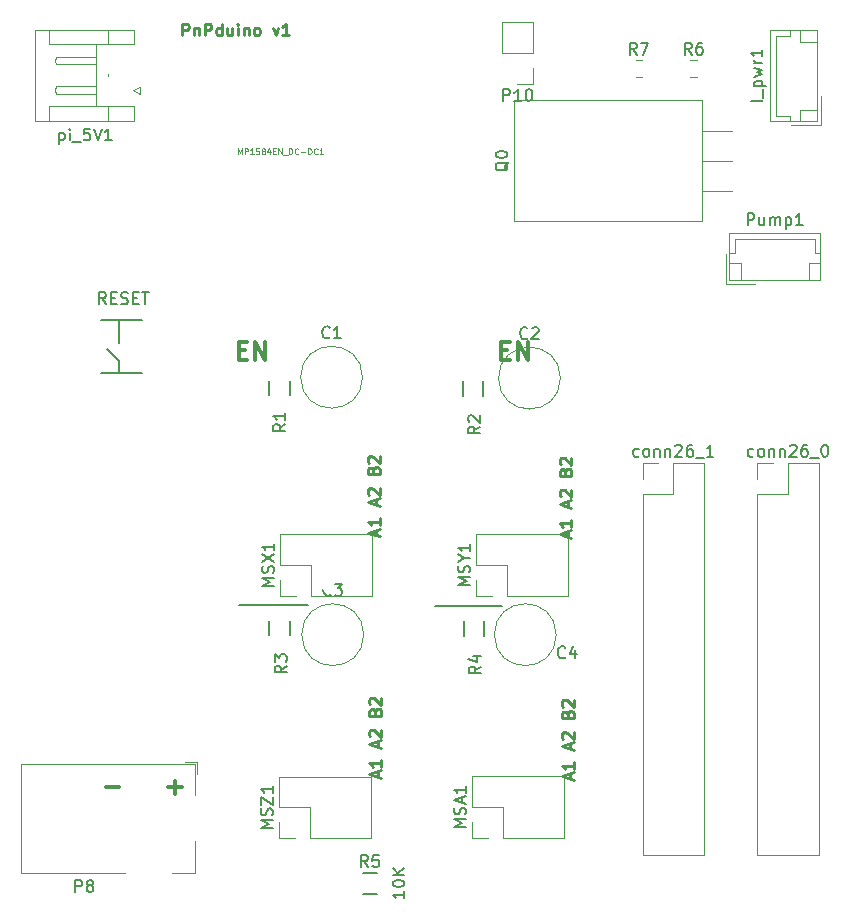
<source format=gto>
%TF.GenerationSoftware,KiCad,Pcbnew,5.1.6-c6e7f7d~87~ubuntu20.04.1*%
%TF.CreationDate,2021-10-29T23:24:48+02:00*%
%TF.ProjectId,sb-cnc-shield,73622d63-6e63-42d7-9368-69656c642e6b,rev?*%
%TF.SameCoordinates,Original*%
%TF.FileFunction,Legend,Top*%
%TF.FilePolarity,Positive*%
%FSLAX46Y46*%
G04 Gerber Fmt 4.6, Leading zero omitted, Abs format (unit mm)*
G04 Created by KiCad (PCBNEW 5.1.6-c6e7f7d~87~ubuntu20.04.1) date 2021-10-29 23:24:48*
%MOMM*%
%LPD*%
G01*
G04 APERTURE LIST*
%ADD10C,0.300000*%
%ADD11C,0.200000*%
%ADD12C,0.250000*%
%ADD13C,0.120000*%
%ADD14C,0.150000*%
%ADD15C,0.125000*%
%ADD16O,2.000000X1.700000*%
%ADD17C,1.610000*%
%ADD18C,2.250000*%
%ADD19C,1.510000*%
%ADD20R,1.300000X0.700000*%
%ADD21R,0.700000X1.300000*%
%ADD22R,3.500000X3.500000*%
%ADD23C,1.600000*%
%ADD24R,1.700000X1.700000*%
%ADD25O,1.700000X1.700000*%
%ADD26O,3.500000X3.500000*%
%ADD27R,2.000000X1.905000*%
%ADD28O,2.000000X1.905000*%
%ADD29O,1.700000X2.000000*%
%ADD30C,1.524000*%
G04 APERTURE END LIST*
D10*
X152753357Y-71774857D02*
X153253357Y-71774857D01*
X153467642Y-72560571D02*
X152753357Y-72560571D01*
X152753357Y-71060571D01*
X153467642Y-71060571D01*
X154110500Y-72560571D02*
X154110500Y-71060571D01*
X154967642Y-72560571D01*
X154967642Y-71060571D01*
X130528357Y-71774857D02*
X131028357Y-71774857D01*
X131242642Y-72560571D02*
X130528357Y-72560571D01*
X130528357Y-71060571D01*
X131242642Y-71060571D01*
X131885500Y-72560571D02*
X131885500Y-71060571D01*
X132742642Y-72560571D01*
X132742642Y-71060571D01*
D11*
X147116800Y-93421200D02*
X152831800Y-93421200D01*
X130556000Y-93345000D02*
X136398000Y-93345000D01*
D12*
X158586466Y-108081342D02*
X158586466Y-107605152D01*
X158872180Y-108176580D02*
X157872180Y-107843247D01*
X158872180Y-107509914D01*
X158872180Y-106652771D02*
X158872180Y-107224200D01*
X158872180Y-106938485D02*
X157872180Y-106938485D01*
X158015038Y-107033723D01*
X158110276Y-107128961D01*
X158157895Y-107224200D01*
X158586466Y-105509914D02*
X158586466Y-105033723D01*
X158872180Y-105605152D02*
X157872180Y-105271819D01*
X158872180Y-104938485D01*
X157967419Y-104652771D02*
X157919800Y-104605152D01*
X157872180Y-104509914D01*
X157872180Y-104271819D01*
X157919800Y-104176580D01*
X157967419Y-104128961D01*
X158062657Y-104081342D01*
X158157895Y-104081342D01*
X158300752Y-104128961D01*
X158872180Y-104700390D01*
X158872180Y-104081342D01*
X158348371Y-102557533D02*
X158395990Y-102414676D01*
X158443609Y-102367057D01*
X158538847Y-102319438D01*
X158681704Y-102319438D01*
X158776942Y-102367057D01*
X158824561Y-102414676D01*
X158872180Y-102509914D01*
X158872180Y-102890866D01*
X157872180Y-102890866D01*
X157872180Y-102557533D01*
X157919800Y-102462295D01*
X157967419Y-102414676D01*
X158062657Y-102367057D01*
X158157895Y-102367057D01*
X158253133Y-102414676D01*
X158300752Y-102462295D01*
X158348371Y-102557533D01*
X158348371Y-102890866D01*
X157967419Y-101938485D02*
X157919800Y-101890866D01*
X157872180Y-101795628D01*
X157872180Y-101557533D01*
X157919800Y-101462295D01*
X157967419Y-101414676D01*
X158062657Y-101367057D01*
X158157895Y-101367057D01*
X158300752Y-101414676D01*
X158872180Y-101986104D01*
X158872180Y-101367057D01*
X158383266Y-87570842D02*
X158383266Y-87094652D01*
X158668980Y-87666080D02*
X157668980Y-87332747D01*
X158668980Y-86999414D01*
X158668980Y-86142271D02*
X158668980Y-86713700D01*
X158668980Y-86427985D02*
X157668980Y-86427985D01*
X157811838Y-86523223D01*
X157907076Y-86618461D01*
X157954695Y-86713700D01*
X158383266Y-84999414D02*
X158383266Y-84523223D01*
X158668980Y-85094652D02*
X157668980Y-84761319D01*
X158668980Y-84427985D01*
X157764219Y-84142271D02*
X157716600Y-84094652D01*
X157668980Y-83999414D01*
X157668980Y-83761319D01*
X157716600Y-83666080D01*
X157764219Y-83618461D01*
X157859457Y-83570842D01*
X157954695Y-83570842D01*
X158097552Y-83618461D01*
X158668980Y-84189890D01*
X158668980Y-83570842D01*
X158145171Y-82047033D02*
X158192790Y-81904176D01*
X158240409Y-81856557D01*
X158335647Y-81808938D01*
X158478504Y-81808938D01*
X158573742Y-81856557D01*
X158621361Y-81904176D01*
X158668980Y-81999414D01*
X158668980Y-82380366D01*
X157668980Y-82380366D01*
X157668980Y-82047033D01*
X157716600Y-81951795D01*
X157764219Y-81904176D01*
X157859457Y-81856557D01*
X157954695Y-81856557D01*
X158049933Y-81904176D01*
X158097552Y-81951795D01*
X158145171Y-82047033D01*
X158145171Y-82380366D01*
X157764219Y-81427985D02*
X157716600Y-81380366D01*
X157668980Y-81285128D01*
X157668980Y-81047033D01*
X157716600Y-80951795D01*
X157764219Y-80904176D01*
X157859457Y-80856557D01*
X157954695Y-80856557D01*
X158097552Y-80904176D01*
X158668980Y-81475604D01*
X158668980Y-80856557D01*
X142279666Y-107878142D02*
X142279666Y-107401952D01*
X142565380Y-107973380D02*
X141565380Y-107640047D01*
X142565380Y-107306714D01*
X142565380Y-106449571D02*
X142565380Y-107021000D01*
X142565380Y-106735285D02*
X141565380Y-106735285D01*
X141708238Y-106830523D01*
X141803476Y-106925761D01*
X141851095Y-107021000D01*
X142279666Y-105306714D02*
X142279666Y-104830523D01*
X142565380Y-105401952D02*
X141565380Y-105068619D01*
X142565380Y-104735285D01*
X141660619Y-104449571D02*
X141613000Y-104401952D01*
X141565380Y-104306714D01*
X141565380Y-104068619D01*
X141613000Y-103973380D01*
X141660619Y-103925761D01*
X141755857Y-103878142D01*
X141851095Y-103878142D01*
X141993952Y-103925761D01*
X142565380Y-104497190D01*
X142565380Y-103878142D01*
X142041571Y-102354333D02*
X142089190Y-102211476D01*
X142136809Y-102163857D01*
X142232047Y-102116238D01*
X142374904Y-102116238D01*
X142470142Y-102163857D01*
X142517761Y-102211476D01*
X142565380Y-102306714D01*
X142565380Y-102687666D01*
X141565380Y-102687666D01*
X141565380Y-102354333D01*
X141613000Y-102259095D01*
X141660619Y-102211476D01*
X141755857Y-102163857D01*
X141851095Y-102163857D01*
X141946333Y-102211476D01*
X141993952Y-102259095D01*
X142041571Y-102354333D01*
X142041571Y-102687666D01*
X141660619Y-101735285D02*
X141613000Y-101687666D01*
X141565380Y-101592428D01*
X141565380Y-101354333D01*
X141613000Y-101259095D01*
X141660619Y-101211476D01*
X141755857Y-101163857D01*
X141851095Y-101163857D01*
X141993952Y-101211476D01*
X142565380Y-101782904D01*
X142565380Y-101163857D01*
X142152666Y-87431142D02*
X142152666Y-86954952D01*
X142438380Y-87526380D02*
X141438380Y-87193047D01*
X142438380Y-86859714D01*
X142438380Y-86002571D02*
X142438380Y-86574000D01*
X142438380Y-86288285D02*
X141438380Y-86288285D01*
X141581238Y-86383523D01*
X141676476Y-86478761D01*
X141724095Y-86574000D01*
X142152666Y-84859714D02*
X142152666Y-84383523D01*
X142438380Y-84954952D02*
X141438380Y-84621619D01*
X142438380Y-84288285D01*
X141533619Y-84002571D02*
X141486000Y-83954952D01*
X141438380Y-83859714D01*
X141438380Y-83621619D01*
X141486000Y-83526380D01*
X141533619Y-83478761D01*
X141628857Y-83431142D01*
X141724095Y-83431142D01*
X141866952Y-83478761D01*
X142438380Y-84050190D01*
X142438380Y-83431142D01*
X141914571Y-81907333D02*
X141962190Y-81764476D01*
X142009809Y-81716857D01*
X142105047Y-81669238D01*
X142247904Y-81669238D01*
X142343142Y-81716857D01*
X142390761Y-81764476D01*
X142438380Y-81859714D01*
X142438380Y-82240666D01*
X141438380Y-82240666D01*
X141438380Y-81907333D01*
X141486000Y-81812095D01*
X141533619Y-81764476D01*
X141628857Y-81716857D01*
X141724095Y-81716857D01*
X141819333Y-81764476D01*
X141866952Y-81812095D01*
X141914571Y-81907333D01*
X141914571Y-82240666D01*
X141533619Y-81288285D02*
X141486000Y-81240666D01*
X141438380Y-81145428D01*
X141438380Y-80907333D01*
X141486000Y-80812095D01*
X141533619Y-80764476D01*
X141628857Y-80716857D01*
X141724095Y-80716857D01*
X141866952Y-80764476D01*
X142438380Y-81335904D01*
X142438380Y-80716857D01*
D10*
X119239114Y-108768342D02*
X120381971Y-108768342D01*
X124524828Y-108768342D02*
X125667685Y-108768342D01*
X125096257Y-109339771D02*
X125096257Y-108196914D01*
D12*
X125725800Y-45105580D02*
X125725800Y-44105580D01*
X126106752Y-44105580D01*
X126201990Y-44153200D01*
X126249609Y-44200819D01*
X126297228Y-44296057D01*
X126297228Y-44438914D01*
X126249609Y-44534152D01*
X126201990Y-44581771D01*
X126106752Y-44629390D01*
X125725800Y-44629390D01*
X126725800Y-44438914D02*
X126725800Y-45105580D01*
X126725800Y-44534152D02*
X126773419Y-44486533D01*
X126868657Y-44438914D01*
X127011514Y-44438914D01*
X127106752Y-44486533D01*
X127154371Y-44581771D01*
X127154371Y-45105580D01*
X127630561Y-45105580D02*
X127630561Y-44105580D01*
X128011514Y-44105580D01*
X128106752Y-44153200D01*
X128154371Y-44200819D01*
X128201990Y-44296057D01*
X128201990Y-44438914D01*
X128154371Y-44534152D01*
X128106752Y-44581771D01*
X128011514Y-44629390D01*
X127630561Y-44629390D01*
X129059133Y-45105580D02*
X129059133Y-44105580D01*
X129059133Y-45057961D02*
X128963895Y-45105580D01*
X128773419Y-45105580D01*
X128678180Y-45057961D01*
X128630561Y-45010342D01*
X128582942Y-44915104D01*
X128582942Y-44629390D01*
X128630561Y-44534152D01*
X128678180Y-44486533D01*
X128773419Y-44438914D01*
X128963895Y-44438914D01*
X129059133Y-44486533D01*
X129963895Y-44438914D02*
X129963895Y-45105580D01*
X129535323Y-44438914D02*
X129535323Y-44962723D01*
X129582942Y-45057961D01*
X129678180Y-45105580D01*
X129821038Y-45105580D01*
X129916276Y-45057961D01*
X129963895Y-45010342D01*
X130440085Y-45105580D02*
X130440085Y-44438914D01*
X130440085Y-44105580D02*
X130392466Y-44153200D01*
X130440085Y-44200819D01*
X130487704Y-44153200D01*
X130440085Y-44105580D01*
X130440085Y-44200819D01*
X130916276Y-44438914D02*
X130916276Y-45105580D01*
X130916276Y-44534152D02*
X130963895Y-44486533D01*
X131059133Y-44438914D01*
X131201990Y-44438914D01*
X131297228Y-44486533D01*
X131344847Y-44581771D01*
X131344847Y-45105580D01*
X131963895Y-45105580D02*
X131868657Y-45057961D01*
X131821038Y-45010342D01*
X131773419Y-44915104D01*
X131773419Y-44629390D01*
X131821038Y-44534152D01*
X131868657Y-44486533D01*
X131963895Y-44438914D01*
X132106752Y-44438914D01*
X132201990Y-44486533D01*
X132249609Y-44534152D01*
X132297228Y-44629390D01*
X132297228Y-44915104D01*
X132249609Y-45010342D01*
X132201990Y-45057961D01*
X132106752Y-45105580D01*
X131963895Y-45105580D01*
X133392466Y-44438914D02*
X133630561Y-45105580D01*
X133868657Y-44438914D01*
X134773419Y-45105580D02*
X134201990Y-45105580D01*
X134487704Y-45105580D02*
X134487704Y-44105580D01*
X134392466Y-44248438D01*
X134297228Y-44343676D01*
X134201990Y-44391295D01*
D13*
%TO.C,pi_5V1*%
X122140000Y-49433200D02*
X121540000Y-49733200D01*
X122140000Y-50033200D02*
X122140000Y-49433200D01*
X121540000Y-49733200D02*
X122140000Y-50033200D01*
X118450000Y-46913200D02*
X118450000Y-47233200D01*
X115030000Y-46913200D02*
X118450000Y-46913200D01*
X114950000Y-47233200D02*
X115030000Y-46913200D01*
X115030000Y-47553200D02*
X114950000Y-47233200D01*
X118450000Y-47553200D02*
X115030000Y-47553200D01*
X118450000Y-47233200D02*
X118450000Y-47553200D01*
X119450000Y-48563200D02*
X119450000Y-48403200D01*
X118450000Y-49413200D02*
X118450000Y-49733200D01*
X115030000Y-49413200D02*
X118450000Y-49413200D01*
X114950000Y-49733200D02*
X115030000Y-49413200D01*
X115030000Y-50053200D02*
X114950000Y-49733200D01*
X118450000Y-50053200D02*
X115030000Y-50053200D01*
X118450000Y-49733200D02*
X118450000Y-50053200D01*
X118450000Y-51123200D02*
X118450000Y-45843200D01*
X119450000Y-45843200D02*
X119450000Y-44623200D01*
X114450000Y-45843200D02*
X119450000Y-45843200D01*
X114450000Y-44623200D02*
X114450000Y-45843200D01*
X119450000Y-51123200D02*
X119450000Y-52343200D01*
X114450000Y-51123200D02*
X119450000Y-51123200D01*
X114450000Y-52343200D02*
X114450000Y-51123200D01*
X121650000Y-45843200D02*
X119450000Y-45843200D01*
X121650000Y-44623200D02*
X121650000Y-45843200D01*
X113230000Y-44623200D02*
X121650000Y-44623200D01*
X113230000Y-52343200D02*
X113230000Y-44623200D01*
X121650000Y-52343200D02*
X113230000Y-52343200D01*
X121650000Y-51123200D02*
X121650000Y-52343200D01*
X119450000Y-51123200D02*
X121650000Y-51123200D01*
D14*
%TO.C,SW1*%
X120348000Y-71189600D02*
X120348000Y-69189600D01*
X120348000Y-72689600D02*
X119348000Y-71689600D01*
X120348000Y-73689600D02*
X120348000Y-72689600D01*
X118848000Y-73689600D02*
X122348000Y-73689600D01*
X118848000Y-69189600D02*
X122348000Y-69189600D01*
%TO.C,R1*%
X134860000Y-74330000D02*
X134860000Y-75530000D01*
X133110000Y-75530000D02*
X133110000Y-74330000D01*
%TO.C,R2*%
X151218000Y-74406200D02*
X151218000Y-75606200D01*
X149468000Y-75606200D02*
X149468000Y-74406200D01*
%TO.C,R3*%
X134860000Y-94650000D02*
X134860000Y-95850000D01*
X133110000Y-95850000D02*
X133110000Y-94650000D01*
%TO.C,R4*%
X151294000Y-94726200D02*
X151294000Y-95926200D01*
X149544000Y-95926200D02*
X149544000Y-94726200D01*
%TO.C,R5*%
X141005000Y-116016000D02*
X142205000Y-116016000D01*
X142205000Y-117766000D02*
X141005000Y-117766000D01*
D13*
%TO.C,P8*%
X126968000Y-107680000D02*
X126968000Y-106630000D01*
X125918000Y-106630000D02*
X126968000Y-106630000D01*
X120868000Y-116030000D02*
X112068000Y-116030000D01*
X112068000Y-116030000D02*
X112068000Y-106830000D01*
X126768000Y-113330000D02*
X126768000Y-116030000D01*
X126768000Y-116030000D02*
X124868000Y-116030000D01*
X112068000Y-106830000D02*
X126768000Y-106830000D01*
X126768000Y-106830000D02*
X126768000Y-109430000D01*
%TO.C,C1*%
X140988000Y-74046100D02*
G75*
G03*
X140988000Y-74046100I-2620000J0D01*
G01*
%TO.C,C2*%
X157742000Y-74117200D02*
G75*
G03*
X157742000Y-74117200I-2620000J0D01*
G01*
%TO.C,C3*%
X141084000Y-95844400D02*
G75*
G03*
X141084000Y-95844400I-2620000J0D01*
G01*
%TO.C,C4*%
X157386000Y-95844400D02*
G75*
G03*
X157386000Y-95844400I-2620000J0D01*
G01*
%TO.C,P10*%
X155432000Y-49209000D02*
X154102000Y-49209000D01*
X155432000Y-47879000D02*
X155432000Y-49209000D01*
X155432000Y-46609000D02*
X152772000Y-46609000D01*
X152772000Y-46609000D02*
X152772000Y-44009000D01*
X155432000Y-46609000D02*
X155432000Y-44009000D01*
X155432000Y-44009000D02*
X152772000Y-44009000D01*
%TO.C,Q0*%
X169690000Y-53187600D02*
X172230000Y-53187600D01*
X169690000Y-55727600D02*
X172230000Y-55727600D01*
X169690000Y-58267600D02*
X172230000Y-58267600D01*
X153800000Y-50607600D02*
X169690000Y-50607600D01*
X153800000Y-60847600D02*
X169690000Y-60847600D01*
X153800000Y-60847600D02*
X153800000Y-50607600D01*
X169690000Y-60847600D02*
X169690000Y-50607600D01*
%TO.C,R6*%
X168753422Y-47219800D02*
X169270578Y-47219800D01*
X168753422Y-48639800D02*
X169270578Y-48639800D01*
%TO.C,R7*%
X164104422Y-48639800D02*
X164621578Y-48639800D01*
X164104422Y-47219800D02*
X164621578Y-47219800D01*
%TO.C,l_pwr1*%
X179800400Y-52694000D02*
X179800400Y-50194000D01*
X177300400Y-52694000D02*
X179800400Y-52694000D01*
X178000400Y-45674000D02*
X179500400Y-45674000D01*
X178000400Y-44674000D02*
X178000400Y-45674000D01*
X178000400Y-51394000D02*
X179500400Y-51394000D01*
X178000400Y-52394000D02*
X178000400Y-51394000D01*
X177190400Y-45174000D02*
X177190400Y-44674000D01*
X175980400Y-45174000D02*
X177190400Y-45174000D01*
X175980400Y-51894000D02*
X175980400Y-45174000D01*
X177190400Y-51894000D02*
X175980400Y-51894000D01*
X177190400Y-52394000D02*
X177190400Y-51894000D01*
X175480400Y-44674000D02*
X175480400Y-52394000D01*
X179500400Y-44674000D02*
X175480400Y-44674000D01*
X179500400Y-52394000D02*
X179500400Y-44674000D01*
X175480400Y-52394000D02*
X179500400Y-52394000D01*
%TO.C,Pump1*%
X172040000Y-61815400D02*
X172040000Y-65835400D01*
X172040000Y-65835400D02*
X179760000Y-65835400D01*
X179760000Y-65835400D02*
X179760000Y-61815400D01*
X179760000Y-61815400D02*
X172040000Y-61815400D01*
X172040000Y-63525400D02*
X172540000Y-63525400D01*
X172540000Y-63525400D02*
X172540000Y-62315400D01*
X172540000Y-62315400D02*
X179260000Y-62315400D01*
X179260000Y-62315400D02*
X179260000Y-63525400D01*
X179260000Y-63525400D02*
X179760000Y-63525400D01*
X172040000Y-64335400D02*
X173040000Y-64335400D01*
X173040000Y-64335400D02*
X173040000Y-65835400D01*
X179760000Y-64335400D02*
X178760000Y-64335400D01*
X178760000Y-64335400D02*
X178760000Y-65835400D01*
X171740000Y-63635400D02*
X171740000Y-66135400D01*
X171740000Y-66135400D02*
X174240000Y-66135400D01*
%TO.C,conn26_1*%
X164700000Y-81321600D02*
X166030000Y-81321600D01*
X164700000Y-82651600D02*
X164700000Y-81321600D01*
X167300000Y-81321600D02*
X169900000Y-81321600D01*
X167300000Y-83921600D02*
X167300000Y-81321600D01*
X164700000Y-83921600D02*
X167300000Y-83921600D01*
X169900000Y-81321600D02*
X169900000Y-114461600D01*
X164700000Y-83921600D02*
X164700000Y-114461600D01*
X164700000Y-114461600D02*
X169900000Y-114461600D01*
%TO.C,conn26_0*%
X174413000Y-81321600D02*
X175743000Y-81321600D01*
X174413000Y-82651600D02*
X174413000Y-81321600D01*
X177013000Y-81321600D02*
X179613000Y-81321600D01*
X177013000Y-83921600D02*
X177013000Y-81321600D01*
X174413000Y-83921600D02*
X177013000Y-83921600D01*
X179613000Y-81321600D02*
X179613000Y-114461600D01*
X174413000Y-83921600D02*
X174413000Y-114461600D01*
X174413000Y-114461600D02*
X179613000Y-114461600D01*
%TO.C,MSA1*%
X150283000Y-113039000D02*
X150283000Y-111709000D01*
X151613000Y-113039000D02*
X150283000Y-113039000D01*
X150283000Y-110439000D02*
X150283000Y-107839000D01*
X152883000Y-110439000D02*
X150283000Y-110439000D01*
X152883000Y-113039000D02*
X152883000Y-110439000D01*
X150283000Y-107839000D02*
X158023000Y-107839000D01*
X152883000Y-113039000D02*
X158023000Y-113039000D01*
X158023000Y-113039000D02*
X158023000Y-107839000D01*
%TO.C,MSY1*%
X150638000Y-92541400D02*
X150638000Y-91211400D01*
X151968000Y-92541400D02*
X150638000Y-92541400D01*
X150638000Y-89941400D02*
X150638000Y-87341400D01*
X153238000Y-89941400D02*
X150638000Y-89941400D01*
X153238000Y-92541400D02*
X153238000Y-89941400D01*
X150638000Y-87341400D02*
X158378000Y-87341400D01*
X153238000Y-92541400D02*
X158378000Y-92541400D01*
X158378000Y-92541400D02*
X158378000Y-87341400D01*
%TO.C,MSZ1*%
X141665000Y-113065000D02*
X141665000Y-107865000D01*
X136525000Y-113065000D02*
X141665000Y-113065000D01*
X133925000Y-107865000D02*
X141665000Y-107865000D01*
X136525000Y-113065000D02*
X136525000Y-110465000D01*
X136525000Y-110465000D02*
X133925000Y-110465000D01*
X133925000Y-110465000D02*
X133925000Y-107865000D01*
X135255000Y-113065000D02*
X133925000Y-113065000D01*
X133925000Y-113065000D02*
X133925000Y-111735000D01*
%TO.C,MSX1*%
X134027000Y-92541400D02*
X134027000Y-91211400D01*
X135357000Y-92541400D02*
X134027000Y-92541400D01*
X134027000Y-89941400D02*
X134027000Y-87341400D01*
X136627000Y-89941400D02*
X134027000Y-89941400D01*
X136627000Y-92541400D02*
X136627000Y-89941400D01*
X134027000Y-87341400D02*
X141767000Y-87341400D01*
X136627000Y-92541400D02*
X141767000Y-92541400D01*
X141767000Y-92541400D02*
X141767000Y-87341400D01*
%TO.C,pi_5V1*%
D14*
X115285714Y-53328914D02*
X115285714Y-54328914D01*
X115285714Y-53376533D02*
X115380952Y-53328914D01*
X115571428Y-53328914D01*
X115666666Y-53376533D01*
X115714285Y-53424152D01*
X115761904Y-53519390D01*
X115761904Y-53805104D01*
X115714285Y-53900342D01*
X115666666Y-53947961D01*
X115571428Y-53995580D01*
X115380952Y-53995580D01*
X115285714Y-53947961D01*
X116190476Y-53995580D02*
X116190476Y-53328914D01*
X116190476Y-52995580D02*
X116142857Y-53043200D01*
X116190476Y-53090819D01*
X116238095Y-53043200D01*
X116190476Y-52995580D01*
X116190476Y-53090819D01*
X116428571Y-54090819D02*
X117190476Y-54090819D01*
X117904761Y-52995580D02*
X117428571Y-52995580D01*
X117380952Y-53471771D01*
X117428571Y-53424152D01*
X117523809Y-53376533D01*
X117761904Y-53376533D01*
X117857142Y-53424152D01*
X117904761Y-53471771D01*
X117952380Y-53567009D01*
X117952380Y-53805104D01*
X117904761Y-53900342D01*
X117857142Y-53947961D01*
X117761904Y-53995580D01*
X117523809Y-53995580D01*
X117428571Y-53947961D01*
X117380952Y-53900342D01*
X118238095Y-52995580D02*
X118571428Y-53995580D01*
X118904761Y-52995580D01*
X119761904Y-53995580D02*
X119190476Y-53995580D01*
X119476190Y-53995580D02*
X119476190Y-52995580D01*
X119380952Y-53138438D01*
X119285714Y-53233676D01*
X119190476Y-53281295D01*
%TO.C,SW1*%
X119261119Y-67855480D02*
X118927785Y-67379290D01*
X118689690Y-67855480D02*
X118689690Y-66855480D01*
X119070642Y-66855480D01*
X119165880Y-66903100D01*
X119213500Y-66950719D01*
X119261119Y-67045957D01*
X119261119Y-67188814D01*
X119213500Y-67284052D01*
X119165880Y-67331671D01*
X119070642Y-67379290D01*
X118689690Y-67379290D01*
X119689690Y-67331671D02*
X120023023Y-67331671D01*
X120165880Y-67855480D02*
X119689690Y-67855480D01*
X119689690Y-66855480D01*
X120165880Y-66855480D01*
X120546833Y-67807861D02*
X120689690Y-67855480D01*
X120927785Y-67855480D01*
X121023023Y-67807861D01*
X121070642Y-67760242D01*
X121118261Y-67665004D01*
X121118261Y-67569766D01*
X121070642Y-67474528D01*
X121023023Y-67426909D01*
X120927785Y-67379290D01*
X120737309Y-67331671D01*
X120642071Y-67284052D01*
X120594452Y-67236433D01*
X120546833Y-67141195D01*
X120546833Y-67045957D01*
X120594452Y-66950719D01*
X120642071Y-66903100D01*
X120737309Y-66855480D01*
X120975404Y-66855480D01*
X121118261Y-66903100D01*
X121546833Y-67331671D02*
X121880166Y-67331671D01*
X122023023Y-67855480D02*
X121546833Y-67855480D01*
X121546833Y-66855480D01*
X122023023Y-66855480D01*
X122308738Y-66855480D02*
X122880166Y-66855480D01*
X122594452Y-67855480D02*
X122594452Y-66855480D01*
%TO.C,R1*%
X134437380Y-78017666D02*
X133961190Y-78351000D01*
X134437380Y-78589095D02*
X133437380Y-78589095D01*
X133437380Y-78208142D01*
X133485000Y-78112904D01*
X133532619Y-78065285D01*
X133627857Y-78017666D01*
X133770714Y-78017666D01*
X133865952Y-78065285D01*
X133913571Y-78112904D01*
X133961190Y-78208142D01*
X133961190Y-78589095D01*
X134437380Y-77065285D02*
X134437380Y-77636714D01*
X134437380Y-77351000D02*
X133437380Y-77351000D01*
X133580238Y-77446238D01*
X133675476Y-77541476D01*
X133723095Y-77636714D01*
%TO.C,R2*%
X150922380Y-78220866D02*
X150446190Y-78554200D01*
X150922380Y-78792295D02*
X149922380Y-78792295D01*
X149922380Y-78411342D01*
X149970000Y-78316104D01*
X150017619Y-78268485D01*
X150112857Y-78220866D01*
X150255714Y-78220866D01*
X150350952Y-78268485D01*
X150398571Y-78316104D01*
X150446190Y-78411342D01*
X150446190Y-78792295D01*
X150017619Y-77839914D02*
X149970000Y-77792295D01*
X149922380Y-77697057D01*
X149922380Y-77458961D01*
X149970000Y-77363723D01*
X150017619Y-77316104D01*
X150112857Y-77268485D01*
X150208095Y-77268485D01*
X150350952Y-77316104D01*
X150922380Y-77887533D01*
X150922380Y-77268485D01*
%TO.C,R3*%
X134564380Y-98464666D02*
X134088190Y-98798000D01*
X134564380Y-99036095D02*
X133564380Y-99036095D01*
X133564380Y-98655142D01*
X133612000Y-98559904D01*
X133659619Y-98512285D01*
X133754857Y-98464666D01*
X133897714Y-98464666D01*
X133992952Y-98512285D01*
X134040571Y-98559904D01*
X134088190Y-98655142D01*
X134088190Y-99036095D01*
X133564380Y-98131333D02*
X133564380Y-97512285D01*
X133945333Y-97845619D01*
X133945333Y-97702761D01*
X133992952Y-97607523D01*
X134040571Y-97559904D01*
X134135809Y-97512285D01*
X134373904Y-97512285D01*
X134469142Y-97559904D01*
X134516761Y-97607523D01*
X134564380Y-97702761D01*
X134564380Y-97988476D01*
X134516761Y-98083714D01*
X134469142Y-98131333D01*
%TO.C,R4*%
X150998380Y-98540866D02*
X150522190Y-98874200D01*
X150998380Y-99112295D02*
X149998380Y-99112295D01*
X149998380Y-98731342D01*
X150046000Y-98636104D01*
X150093619Y-98588485D01*
X150188857Y-98540866D01*
X150331714Y-98540866D01*
X150426952Y-98588485D01*
X150474571Y-98636104D01*
X150522190Y-98731342D01*
X150522190Y-99112295D01*
X150331714Y-97683723D02*
X150998380Y-97683723D01*
X149950761Y-97921819D02*
X150665047Y-98159914D01*
X150665047Y-97540866D01*
%TO.C,R5*%
X141438333Y-115501880D02*
X141105000Y-115025690D01*
X140866904Y-115501880D02*
X140866904Y-114501880D01*
X141247857Y-114501880D01*
X141343095Y-114549500D01*
X141390714Y-114597119D01*
X141438333Y-114692357D01*
X141438333Y-114835214D01*
X141390714Y-114930452D01*
X141343095Y-114978071D01*
X141247857Y-115025690D01*
X140866904Y-115025690D01*
X142343095Y-114501880D02*
X141866904Y-114501880D01*
X141819285Y-114978071D01*
X141866904Y-114930452D01*
X141962142Y-114882833D01*
X142200238Y-114882833D01*
X142295476Y-114930452D01*
X142343095Y-114978071D01*
X142390714Y-115073309D01*
X142390714Y-115311404D01*
X142343095Y-115406642D01*
X142295476Y-115454261D01*
X142200238Y-115501880D01*
X141962142Y-115501880D01*
X141866904Y-115454261D01*
X141819285Y-115406642D01*
X144533880Y-117581476D02*
X144533880Y-118152904D01*
X144533880Y-117867190D02*
X143533880Y-117867190D01*
X143676738Y-117962428D01*
X143771976Y-118057666D01*
X143819595Y-118152904D01*
X143533880Y-116962428D02*
X143533880Y-116867190D01*
X143581500Y-116771952D01*
X143629119Y-116724333D01*
X143724357Y-116676714D01*
X143914833Y-116629095D01*
X144152928Y-116629095D01*
X144343404Y-116676714D01*
X144438642Y-116724333D01*
X144486261Y-116771952D01*
X144533880Y-116867190D01*
X144533880Y-116962428D01*
X144486261Y-117057666D01*
X144438642Y-117105285D01*
X144343404Y-117152904D01*
X144152928Y-117200523D01*
X143914833Y-117200523D01*
X143724357Y-117152904D01*
X143629119Y-117105285D01*
X143581500Y-117057666D01*
X143533880Y-116962428D01*
X144533880Y-116200523D02*
X143533880Y-116200523D01*
X144533880Y-115629095D02*
X143962452Y-116057666D01*
X143533880Y-115629095D02*
X144105309Y-116200523D01*
%TO.C,P8*%
X116679904Y-117632380D02*
X116679904Y-116632380D01*
X117060857Y-116632380D01*
X117156095Y-116680000D01*
X117203714Y-116727619D01*
X117251333Y-116822857D01*
X117251333Y-116965714D01*
X117203714Y-117060952D01*
X117156095Y-117108571D01*
X117060857Y-117156190D01*
X116679904Y-117156190D01*
X117822761Y-117060952D02*
X117727523Y-117013333D01*
X117679904Y-116965714D01*
X117632285Y-116870476D01*
X117632285Y-116822857D01*
X117679904Y-116727619D01*
X117727523Y-116680000D01*
X117822761Y-116632380D01*
X118013238Y-116632380D01*
X118108476Y-116680000D01*
X118156095Y-116727619D01*
X118203714Y-116822857D01*
X118203714Y-116870476D01*
X118156095Y-116965714D01*
X118108476Y-117013333D01*
X118013238Y-117060952D01*
X117822761Y-117060952D01*
X117727523Y-117108571D01*
X117679904Y-117156190D01*
X117632285Y-117251428D01*
X117632285Y-117441904D01*
X117679904Y-117537142D01*
X117727523Y-117584761D01*
X117822761Y-117632380D01*
X118013238Y-117632380D01*
X118108476Y-117584761D01*
X118156095Y-117537142D01*
X118203714Y-117441904D01*
X118203714Y-117251428D01*
X118156095Y-117156190D01*
X118108476Y-117108571D01*
X118013238Y-117060952D01*
%TO.C,C1*%
X138201333Y-70653242D02*
X138153714Y-70700861D01*
X138010857Y-70748480D01*
X137915619Y-70748480D01*
X137772761Y-70700861D01*
X137677523Y-70605623D01*
X137629904Y-70510385D01*
X137582285Y-70319909D01*
X137582285Y-70177052D01*
X137629904Y-69986576D01*
X137677523Y-69891338D01*
X137772761Y-69796100D01*
X137915619Y-69748480D01*
X138010857Y-69748480D01*
X138153714Y-69796100D01*
X138201333Y-69843719D01*
X139153714Y-70748480D02*
X138582285Y-70748480D01*
X138868000Y-70748480D02*
X138868000Y-69748480D01*
X138772761Y-69891338D01*
X138677523Y-69986576D01*
X138582285Y-70034195D01*
%TO.C,C2*%
X154955333Y-70724342D02*
X154907714Y-70771961D01*
X154764857Y-70819580D01*
X154669619Y-70819580D01*
X154526761Y-70771961D01*
X154431523Y-70676723D01*
X154383904Y-70581485D01*
X154336285Y-70391009D01*
X154336285Y-70248152D01*
X154383904Y-70057676D01*
X154431523Y-69962438D01*
X154526761Y-69867200D01*
X154669619Y-69819580D01*
X154764857Y-69819580D01*
X154907714Y-69867200D01*
X154955333Y-69914819D01*
X155336285Y-69914819D02*
X155383904Y-69867200D01*
X155479142Y-69819580D01*
X155717238Y-69819580D01*
X155812476Y-69867200D01*
X155860095Y-69914819D01*
X155907714Y-70010057D01*
X155907714Y-70105295D01*
X155860095Y-70248152D01*
X155288666Y-70819580D01*
X155907714Y-70819580D01*
%TO.C,C3*%
X138297333Y-92451542D02*
X138249714Y-92499161D01*
X138106857Y-92546780D01*
X138011619Y-92546780D01*
X137868761Y-92499161D01*
X137773523Y-92403923D01*
X137725904Y-92308685D01*
X137678285Y-92118209D01*
X137678285Y-91975352D01*
X137725904Y-91784876D01*
X137773523Y-91689638D01*
X137868761Y-91594400D01*
X138011619Y-91546780D01*
X138106857Y-91546780D01*
X138249714Y-91594400D01*
X138297333Y-91642019D01*
X138630666Y-91546780D02*
X139249714Y-91546780D01*
X138916380Y-91927733D01*
X139059238Y-91927733D01*
X139154476Y-91975352D01*
X139202095Y-92022971D01*
X139249714Y-92118209D01*
X139249714Y-92356304D01*
X139202095Y-92451542D01*
X139154476Y-92499161D01*
X139059238Y-92546780D01*
X138773523Y-92546780D01*
X138678285Y-92499161D01*
X138630666Y-92451542D01*
%TO.C,C4*%
X158151013Y-97740782D02*
X158103394Y-97788401D01*
X157960537Y-97836020D01*
X157865299Y-97836020D01*
X157722441Y-97788401D01*
X157627203Y-97693163D01*
X157579584Y-97597925D01*
X157531965Y-97407449D01*
X157531965Y-97264592D01*
X157579584Y-97074116D01*
X157627203Y-96978878D01*
X157722441Y-96883640D01*
X157865299Y-96836020D01*
X157960537Y-96836020D01*
X158103394Y-96883640D01*
X158151013Y-96931259D01*
X159008156Y-97169354D02*
X159008156Y-97836020D01*
X158770060Y-96788401D02*
X158531965Y-97502687D01*
X159151013Y-97502687D01*
%TO.C,P10*%
X152887714Y-50661380D02*
X152887714Y-49661380D01*
X153268666Y-49661380D01*
X153363904Y-49709000D01*
X153411523Y-49756619D01*
X153459142Y-49851857D01*
X153459142Y-49994714D01*
X153411523Y-50089952D01*
X153363904Y-50137571D01*
X153268666Y-50185190D01*
X152887714Y-50185190D01*
X154411523Y-50661380D02*
X153840095Y-50661380D01*
X154125809Y-50661380D02*
X154125809Y-49661380D01*
X154030571Y-49804238D01*
X153935333Y-49899476D01*
X153840095Y-49947095D01*
X155030571Y-49661380D02*
X155125809Y-49661380D01*
X155221047Y-49709000D01*
X155268666Y-49756619D01*
X155316285Y-49851857D01*
X155363904Y-50042333D01*
X155363904Y-50280428D01*
X155316285Y-50470904D01*
X155268666Y-50566142D01*
X155221047Y-50613761D01*
X155125809Y-50661380D01*
X155030571Y-50661380D01*
X154935333Y-50613761D01*
X154887714Y-50566142D01*
X154840095Y-50470904D01*
X154792476Y-50280428D01*
X154792476Y-50042333D01*
X154840095Y-49851857D01*
X154887714Y-49756619D01*
X154935333Y-49709000D01*
X155030571Y-49661380D01*
%TO.C,Q0*%
X153347619Y-55822838D02*
X153300000Y-55918076D01*
X153204761Y-56013314D01*
X153061904Y-56156171D01*
X153014285Y-56251409D01*
X153014285Y-56346647D01*
X153252380Y-56299028D02*
X153204761Y-56394266D01*
X153109523Y-56489504D01*
X152919047Y-56537123D01*
X152585714Y-56537123D01*
X152395238Y-56489504D01*
X152300000Y-56394266D01*
X152252380Y-56299028D01*
X152252380Y-56108552D01*
X152300000Y-56013314D01*
X152395238Y-55918076D01*
X152585714Y-55870457D01*
X152919047Y-55870457D01*
X153109523Y-55918076D01*
X153204761Y-56013314D01*
X153252380Y-56108552D01*
X153252380Y-56299028D01*
X152252380Y-55251409D02*
X152252380Y-55156171D01*
X152300000Y-55060933D01*
X152347619Y-55013314D01*
X152442857Y-54965695D01*
X152633333Y-54918076D01*
X152871428Y-54918076D01*
X153061904Y-54965695D01*
X153157142Y-55013314D01*
X153204761Y-55060933D01*
X153252380Y-55156171D01*
X153252380Y-55251409D01*
X153204761Y-55346647D01*
X153157142Y-55394266D01*
X153061904Y-55441885D01*
X152871428Y-55489504D01*
X152633333Y-55489504D01*
X152442857Y-55441885D01*
X152347619Y-55394266D01*
X152300000Y-55346647D01*
X152252380Y-55251409D01*
%TO.C,R6*%
X168845333Y-46732180D02*
X168512000Y-46255990D01*
X168273904Y-46732180D02*
X168273904Y-45732180D01*
X168654857Y-45732180D01*
X168750095Y-45779800D01*
X168797714Y-45827419D01*
X168845333Y-45922657D01*
X168845333Y-46065514D01*
X168797714Y-46160752D01*
X168750095Y-46208371D01*
X168654857Y-46255990D01*
X168273904Y-46255990D01*
X169702476Y-45732180D02*
X169512000Y-45732180D01*
X169416761Y-45779800D01*
X169369142Y-45827419D01*
X169273904Y-45970276D01*
X169226285Y-46160752D01*
X169226285Y-46541704D01*
X169273904Y-46636942D01*
X169321523Y-46684561D01*
X169416761Y-46732180D01*
X169607238Y-46732180D01*
X169702476Y-46684561D01*
X169750095Y-46636942D01*
X169797714Y-46541704D01*
X169797714Y-46303609D01*
X169750095Y-46208371D01*
X169702476Y-46160752D01*
X169607238Y-46113133D01*
X169416761Y-46113133D01*
X169321523Y-46160752D01*
X169273904Y-46208371D01*
X169226285Y-46303609D01*
%TO.C,R7*%
X164196333Y-46732180D02*
X163863000Y-46255990D01*
X163624904Y-46732180D02*
X163624904Y-45732180D01*
X164005857Y-45732180D01*
X164101095Y-45779800D01*
X164148714Y-45827419D01*
X164196333Y-45922657D01*
X164196333Y-46065514D01*
X164148714Y-46160752D01*
X164101095Y-46208371D01*
X164005857Y-46255990D01*
X163624904Y-46255990D01*
X164529666Y-45732180D02*
X165196333Y-45732180D01*
X164767761Y-46732180D01*
%TO.C,l_pwr1*%
X174842780Y-50557809D02*
X174795161Y-50653047D01*
X174699923Y-50700666D01*
X173842780Y-50700666D01*
X174938019Y-50414952D02*
X174938019Y-49653047D01*
X174176114Y-49414952D02*
X175176114Y-49414952D01*
X174223733Y-49414952D02*
X174176114Y-49319714D01*
X174176114Y-49129238D01*
X174223733Y-49034000D01*
X174271352Y-48986380D01*
X174366590Y-48938761D01*
X174652304Y-48938761D01*
X174747542Y-48986380D01*
X174795161Y-49034000D01*
X174842780Y-49129238D01*
X174842780Y-49319714D01*
X174795161Y-49414952D01*
X174176114Y-48605428D02*
X174842780Y-48414952D01*
X174366590Y-48224476D01*
X174842780Y-48034000D01*
X174176114Y-47843523D01*
X174842780Y-47462571D02*
X174176114Y-47462571D01*
X174366590Y-47462571D02*
X174271352Y-47414952D01*
X174223733Y-47367333D01*
X174176114Y-47272095D01*
X174176114Y-47176857D01*
X174842780Y-46319714D02*
X174842780Y-46891142D01*
X174842780Y-46605428D02*
X173842780Y-46605428D01*
X173985638Y-46700666D01*
X174080876Y-46795904D01*
X174128495Y-46891142D01*
%TO.C,Pump1*%
X173590476Y-61177780D02*
X173590476Y-60177780D01*
X173971428Y-60177780D01*
X174066666Y-60225400D01*
X174114285Y-60273019D01*
X174161904Y-60368257D01*
X174161904Y-60511114D01*
X174114285Y-60606352D01*
X174066666Y-60653971D01*
X173971428Y-60701590D01*
X173590476Y-60701590D01*
X175019047Y-60511114D02*
X175019047Y-61177780D01*
X174590476Y-60511114D02*
X174590476Y-61034923D01*
X174638095Y-61130161D01*
X174733333Y-61177780D01*
X174876190Y-61177780D01*
X174971428Y-61130161D01*
X175019047Y-61082542D01*
X175495238Y-61177780D02*
X175495238Y-60511114D01*
X175495238Y-60606352D02*
X175542857Y-60558733D01*
X175638095Y-60511114D01*
X175780952Y-60511114D01*
X175876190Y-60558733D01*
X175923809Y-60653971D01*
X175923809Y-61177780D01*
X175923809Y-60653971D02*
X175971428Y-60558733D01*
X176066666Y-60511114D01*
X176209523Y-60511114D01*
X176304761Y-60558733D01*
X176352380Y-60653971D01*
X176352380Y-61177780D01*
X176828571Y-60511114D02*
X176828571Y-61511114D01*
X176828571Y-60558733D02*
X176923809Y-60511114D01*
X177114285Y-60511114D01*
X177209523Y-60558733D01*
X177257142Y-60606352D01*
X177304761Y-60701590D01*
X177304761Y-60987304D01*
X177257142Y-61082542D01*
X177209523Y-61130161D01*
X177114285Y-61177780D01*
X176923809Y-61177780D01*
X176828571Y-61130161D01*
X178257142Y-61177780D02*
X177685714Y-61177780D01*
X177971428Y-61177780D02*
X177971428Y-60177780D01*
X177876190Y-60320638D01*
X177780952Y-60415876D01*
X177685714Y-60463495D01*
%TO.C,conn26_1*%
X164371428Y-80726361D02*
X164276190Y-80773980D01*
X164085714Y-80773980D01*
X163990476Y-80726361D01*
X163942857Y-80678742D01*
X163895238Y-80583504D01*
X163895238Y-80297790D01*
X163942857Y-80202552D01*
X163990476Y-80154933D01*
X164085714Y-80107314D01*
X164276190Y-80107314D01*
X164371428Y-80154933D01*
X164942857Y-80773980D02*
X164847619Y-80726361D01*
X164800000Y-80678742D01*
X164752380Y-80583504D01*
X164752380Y-80297790D01*
X164800000Y-80202552D01*
X164847619Y-80154933D01*
X164942857Y-80107314D01*
X165085714Y-80107314D01*
X165180952Y-80154933D01*
X165228571Y-80202552D01*
X165276190Y-80297790D01*
X165276190Y-80583504D01*
X165228571Y-80678742D01*
X165180952Y-80726361D01*
X165085714Y-80773980D01*
X164942857Y-80773980D01*
X165704761Y-80107314D02*
X165704761Y-80773980D01*
X165704761Y-80202552D02*
X165752380Y-80154933D01*
X165847619Y-80107314D01*
X165990476Y-80107314D01*
X166085714Y-80154933D01*
X166133333Y-80250171D01*
X166133333Y-80773980D01*
X166609523Y-80107314D02*
X166609523Y-80773980D01*
X166609523Y-80202552D02*
X166657142Y-80154933D01*
X166752380Y-80107314D01*
X166895238Y-80107314D01*
X166990476Y-80154933D01*
X167038095Y-80250171D01*
X167038095Y-80773980D01*
X167466666Y-79869219D02*
X167514285Y-79821600D01*
X167609523Y-79773980D01*
X167847619Y-79773980D01*
X167942857Y-79821600D01*
X167990476Y-79869219D01*
X168038095Y-79964457D01*
X168038095Y-80059695D01*
X167990476Y-80202552D01*
X167419047Y-80773980D01*
X168038095Y-80773980D01*
X168895238Y-79773980D02*
X168704761Y-79773980D01*
X168609523Y-79821600D01*
X168561904Y-79869219D01*
X168466666Y-80012076D01*
X168419047Y-80202552D01*
X168419047Y-80583504D01*
X168466666Y-80678742D01*
X168514285Y-80726361D01*
X168609523Y-80773980D01*
X168800000Y-80773980D01*
X168895238Y-80726361D01*
X168942857Y-80678742D01*
X168990476Y-80583504D01*
X168990476Y-80345409D01*
X168942857Y-80250171D01*
X168895238Y-80202552D01*
X168800000Y-80154933D01*
X168609523Y-80154933D01*
X168514285Y-80202552D01*
X168466666Y-80250171D01*
X168419047Y-80345409D01*
X169180952Y-80869219D02*
X169942857Y-80869219D01*
X170704761Y-80773980D02*
X170133333Y-80773980D01*
X170419047Y-80773980D02*
X170419047Y-79773980D01*
X170323809Y-79916838D01*
X170228571Y-80012076D01*
X170133333Y-80059695D01*
%TO.C,conn26_0*%
X174084428Y-80726361D02*
X173989190Y-80773980D01*
X173798714Y-80773980D01*
X173703476Y-80726361D01*
X173655857Y-80678742D01*
X173608238Y-80583504D01*
X173608238Y-80297790D01*
X173655857Y-80202552D01*
X173703476Y-80154933D01*
X173798714Y-80107314D01*
X173989190Y-80107314D01*
X174084428Y-80154933D01*
X174655857Y-80773980D02*
X174560619Y-80726361D01*
X174513000Y-80678742D01*
X174465380Y-80583504D01*
X174465380Y-80297790D01*
X174513000Y-80202552D01*
X174560619Y-80154933D01*
X174655857Y-80107314D01*
X174798714Y-80107314D01*
X174893952Y-80154933D01*
X174941571Y-80202552D01*
X174989190Y-80297790D01*
X174989190Y-80583504D01*
X174941571Y-80678742D01*
X174893952Y-80726361D01*
X174798714Y-80773980D01*
X174655857Y-80773980D01*
X175417761Y-80107314D02*
X175417761Y-80773980D01*
X175417761Y-80202552D02*
X175465380Y-80154933D01*
X175560619Y-80107314D01*
X175703476Y-80107314D01*
X175798714Y-80154933D01*
X175846333Y-80250171D01*
X175846333Y-80773980D01*
X176322523Y-80107314D02*
X176322523Y-80773980D01*
X176322523Y-80202552D02*
X176370142Y-80154933D01*
X176465380Y-80107314D01*
X176608238Y-80107314D01*
X176703476Y-80154933D01*
X176751095Y-80250171D01*
X176751095Y-80773980D01*
X177179666Y-79869219D02*
X177227285Y-79821600D01*
X177322523Y-79773980D01*
X177560619Y-79773980D01*
X177655857Y-79821600D01*
X177703476Y-79869219D01*
X177751095Y-79964457D01*
X177751095Y-80059695D01*
X177703476Y-80202552D01*
X177132047Y-80773980D01*
X177751095Y-80773980D01*
X178608238Y-79773980D02*
X178417761Y-79773980D01*
X178322523Y-79821600D01*
X178274904Y-79869219D01*
X178179666Y-80012076D01*
X178132047Y-80202552D01*
X178132047Y-80583504D01*
X178179666Y-80678742D01*
X178227285Y-80726361D01*
X178322523Y-80773980D01*
X178513000Y-80773980D01*
X178608238Y-80726361D01*
X178655857Y-80678742D01*
X178703476Y-80583504D01*
X178703476Y-80345409D01*
X178655857Y-80250171D01*
X178608238Y-80202552D01*
X178513000Y-80154933D01*
X178322523Y-80154933D01*
X178227285Y-80202552D01*
X178179666Y-80250171D01*
X178132047Y-80345409D01*
X178893952Y-80869219D02*
X179655857Y-80869219D01*
X180084428Y-79773980D02*
X180179666Y-79773980D01*
X180274904Y-79821600D01*
X180322523Y-79869219D01*
X180370142Y-79964457D01*
X180417761Y-80154933D01*
X180417761Y-80393028D01*
X180370142Y-80583504D01*
X180322523Y-80678742D01*
X180274904Y-80726361D01*
X180179666Y-80773980D01*
X180084428Y-80773980D01*
X179989190Y-80726361D01*
X179941571Y-80678742D01*
X179893952Y-80583504D01*
X179846333Y-80393028D01*
X179846333Y-80154933D01*
X179893952Y-79964457D01*
X179941571Y-79869219D01*
X179989190Y-79821600D01*
X180084428Y-79773980D01*
%TO.C,MSA1*%
X149735380Y-112153285D02*
X148735380Y-112153285D01*
X149449666Y-111819952D01*
X148735380Y-111486619D01*
X149735380Y-111486619D01*
X149687761Y-111058047D02*
X149735380Y-110915190D01*
X149735380Y-110677095D01*
X149687761Y-110581857D01*
X149640142Y-110534238D01*
X149544904Y-110486619D01*
X149449666Y-110486619D01*
X149354428Y-110534238D01*
X149306809Y-110581857D01*
X149259190Y-110677095D01*
X149211571Y-110867571D01*
X149163952Y-110962809D01*
X149116333Y-111010428D01*
X149021095Y-111058047D01*
X148925857Y-111058047D01*
X148830619Y-111010428D01*
X148783000Y-110962809D01*
X148735380Y-110867571D01*
X148735380Y-110629476D01*
X148783000Y-110486619D01*
X149449666Y-110105666D02*
X149449666Y-109629476D01*
X149735380Y-110200904D02*
X148735380Y-109867571D01*
X149735380Y-109534238D01*
X149735380Y-108677095D02*
X149735380Y-109248523D01*
X149735380Y-108962809D02*
X148735380Y-108962809D01*
X148878238Y-109058047D01*
X148973476Y-109153285D01*
X149021095Y-109248523D01*
%TO.C,MSY1*%
X150090380Y-91655685D02*
X149090380Y-91655685D01*
X149804666Y-91322352D01*
X149090380Y-90989019D01*
X150090380Y-90989019D01*
X150042761Y-90560447D02*
X150090380Y-90417590D01*
X150090380Y-90179495D01*
X150042761Y-90084257D01*
X149995142Y-90036638D01*
X149899904Y-89989019D01*
X149804666Y-89989019D01*
X149709428Y-90036638D01*
X149661809Y-90084257D01*
X149614190Y-90179495D01*
X149566571Y-90369971D01*
X149518952Y-90465209D01*
X149471333Y-90512828D01*
X149376095Y-90560447D01*
X149280857Y-90560447D01*
X149185619Y-90512828D01*
X149138000Y-90465209D01*
X149090380Y-90369971D01*
X149090380Y-90131876D01*
X149138000Y-89989019D01*
X149614190Y-89369971D02*
X150090380Y-89369971D01*
X149090380Y-89703304D02*
X149614190Y-89369971D01*
X149090380Y-89036638D01*
X150090380Y-88179495D02*
X150090380Y-88750923D01*
X150090380Y-88465209D02*
X149090380Y-88465209D01*
X149233238Y-88560447D01*
X149328476Y-88655685D01*
X149376095Y-88750923D01*
%TO.C,MSZ1*%
X133377380Y-112226904D02*
X132377380Y-112226904D01*
X133091666Y-111893571D01*
X132377380Y-111560238D01*
X133377380Y-111560238D01*
X133329761Y-111131666D02*
X133377380Y-110988809D01*
X133377380Y-110750714D01*
X133329761Y-110655476D01*
X133282142Y-110607857D01*
X133186904Y-110560238D01*
X133091666Y-110560238D01*
X132996428Y-110607857D01*
X132948809Y-110655476D01*
X132901190Y-110750714D01*
X132853571Y-110941190D01*
X132805952Y-111036428D01*
X132758333Y-111084047D01*
X132663095Y-111131666D01*
X132567857Y-111131666D01*
X132472619Y-111084047D01*
X132425000Y-111036428D01*
X132377380Y-110941190D01*
X132377380Y-110703095D01*
X132425000Y-110560238D01*
X132377380Y-110226904D02*
X132377380Y-109560238D01*
X133377380Y-110226904D01*
X133377380Y-109560238D01*
X133377380Y-108655476D02*
X133377380Y-109226904D01*
X133377380Y-108941190D02*
X132377380Y-108941190D01*
X132520238Y-109036428D01*
X132615476Y-109131666D01*
X132663095Y-109226904D01*
%TO.C,MSX1*%
X133479380Y-91703304D02*
X132479380Y-91703304D01*
X133193666Y-91369971D01*
X132479380Y-91036638D01*
X133479380Y-91036638D01*
X133431761Y-90608066D02*
X133479380Y-90465209D01*
X133479380Y-90227114D01*
X133431761Y-90131876D01*
X133384142Y-90084257D01*
X133288904Y-90036638D01*
X133193666Y-90036638D01*
X133098428Y-90084257D01*
X133050809Y-90131876D01*
X133003190Y-90227114D01*
X132955571Y-90417590D01*
X132907952Y-90512828D01*
X132860333Y-90560447D01*
X132765095Y-90608066D01*
X132669857Y-90608066D01*
X132574619Y-90560447D01*
X132527000Y-90512828D01*
X132479380Y-90417590D01*
X132479380Y-90179495D01*
X132527000Y-90036638D01*
X132479380Y-89703304D02*
X133479380Y-89036638D01*
X132479380Y-89036638D02*
X133479380Y-89703304D01*
X133479380Y-88131876D02*
X133479380Y-88703304D01*
X133479380Y-88417590D02*
X132479380Y-88417590D01*
X132622238Y-88512828D01*
X132717476Y-88608066D01*
X132765095Y-88703304D01*
%TO.C,MP1584EN_DC-DC1*%
D15*
X130440561Y-55166390D02*
X130440561Y-54666390D01*
X130607228Y-55023533D01*
X130773895Y-54666390D01*
X130773895Y-55166390D01*
X131011990Y-55166390D02*
X131011990Y-54666390D01*
X131202466Y-54666390D01*
X131250085Y-54690200D01*
X131273895Y-54714009D01*
X131297704Y-54761628D01*
X131297704Y-54833057D01*
X131273895Y-54880676D01*
X131250085Y-54904485D01*
X131202466Y-54928295D01*
X131011990Y-54928295D01*
X131773895Y-55166390D02*
X131488180Y-55166390D01*
X131631038Y-55166390D02*
X131631038Y-54666390D01*
X131583419Y-54737819D01*
X131535800Y-54785438D01*
X131488180Y-54809247D01*
X132226276Y-54666390D02*
X131988180Y-54666390D01*
X131964371Y-54904485D01*
X131988180Y-54880676D01*
X132035800Y-54856866D01*
X132154847Y-54856866D01*
X132202466Y-54880676D01*
X132226276Y-54904485D01*
X132250085Y-54952104D01*
X132250085Y-55071152D01*
X132226276Y-55118771D01*
X132202466Y-55142580D01*
X132154847Y-55166390D01*
X132035800Y-55166390D01*
X131988180Y-55142580D01*
X131964371Y-55118771D01*
X132535800Y-54880676D02*
X132488180Y-54856866D01*
X132464371Y-54833057D01*
X132440561Y-54785438D01*
X132440561Y-54761628D01*
X132464371Y-54714009D01*
X132488180Y-54690200D01*
X132535800Y-54666390D01*
X132631038Y-54666390D01*
X132678657Y-54690200D01*
X132702466Y-54714009D01*
X132726276Y-54761628D01*
X132726276Y-54785438D01*
X132702466Y-54833057D01*
X132678657Y-54856866D01*
X132631038Y-54880676D01*
X132535800Y-54880676D01*
X132488180Y-54904485D01*
X132464371Y-54928295D01*
X132440561Y-54975914D01*
X132440561Y-55071152D01*
X132464371Y-55118771D01*
X132488180Y-55142580D01*
X132535800Y-55166390D01*
X132631038Y-55166390D01*
X132678657Y-55142580D01*
X132702466Y-55118771D01*
X132726276Y-55071152D01*
X132726276Y-54975914D01*
X132702466Y-54928295D01*
X132678657Y-54904485D01*
X132631038Y-54880676D01*
X133154847Y-54833057D02*
X133154847Y-55166390D01*
X133035800Y-54642580D02*
X132916752Y-54999723D01*
X133226276Y-54999723D01*
X133416752Y-54904485D02*
X133583419Y-54904485D01*
X133654847Y-55166390D02*
X133416752Y-55166390D01*
X133416752Y-54666390D01*
X133654847Y-54666390D01*
X133869133Y-55166390D02*
X133869133Y-54666390D01*
X134154847Y-55166390D01*
X134154847Y-54666390D01*
X134273895Y-55214009D02*
X134654847Y-55214009D01*
X134773895Y-55166390D02*
X134773895Y-54666390D01*
X134892942Y-54666390D01*
X134964371Y-54690200D01*
X135011990Y-54737819D01*
X135035800Y-54785438D01*
X135059609Y-54880676D01*
X135059609Y-54952104D01*
X135035800Y-55047342D01*
X135011990Y-55094961D01*
X134964371Y-55142580D01*
X134892942Y-55166390D01*
X134773895Y-55166390D01*
X135559609Y-55118771D02*
X135535800Y-55142580D01*
X135464371Y-55166390D01*
X135416752Y-55166390D01*
X135345323Y-55142580D01*
X135297704Y-55094961D01*
X135273895Y-55047342D01*
X135250085Y-54952104D01*
X135250085Y-54880676D01*
X135273895Y-54785438D01*
X135297704Y-54737819D01*
X135345323Y-54690200D01*
X135416752Y-54666390D01*
X135464371Y-54666390D01*
X135535800Y-54690200D01*
X135559609Y-54714009D01*
X135773895Y-54975914D02*
X136154847Y-54975914D01*
X136392942Y-55166390D02*
X136392942Y-54666390D01*
X136511990Y-54666390D01*
X136583419Y-54690200D01*
X136631038Y-54737819D01*
X136654847Y-54785438D01*
X136678657Y-54880676D01*
X136678657Y-54952104D01*
X136654847Y-55047342D01*
X136631038Y-55094961D01*
X136583419Y-55142580D01*
X136511990Y-55166390D01*
X136392942Y-55166390D01*
X137178657Y-55118771D02*
X137154847Y-55142580D01*
X137083419Y-55166390D01*
X137035800Y-55166390D01*
X136964371Y-55142580D01*
X136916752Y-55094961D01*
X136892942Y-55047342D01*
X136869133Y-54952104D01*
X136869133Y-54880676D01*
X136892942Y-54785438D01*
X136916752Y-54737819D01*
X136964371Y-54690200D01*
X137035800Y-54666390D01*
X137083419Y-54666390D01*
X137154847Y-54690200D01*
X137178657Y-54714009D01*
X137654847Y-55166390D02*
X137369133Y-55166390D01*
X137511990Y-55166390D02*
X137511990Y-54666390D01*
X137464371Y-54737819D01*
X137416752Y-54785438D01*
X137369133Y-54809247D01*
%TD*%
%LPC*%
%TO.C,pi_5V1*%
G36*
G01*
X120790000Y-50583200D02*
X119290000Y-50583200D01*
G75*
G02*
X119040000Y-50333200I0J250000D01*
G01*
X119040000Y-49133200D01*
G75*
G02*
X119290000Y-48883200I250000J0D01*
G01*
X120790000Y-48883200D01*
G75*
G02*
X121040000Y-49133200I0J-250000D01*
G01*
X121040000Y-50333200D01*
G75*
G02*
X120790000Y-50583200I-250000J0D01*
G01*
G37*
D16*
X120040000Y-47233200D03*
%TD*%
D17*
%TO.C,U1*%
X177358000Y-117180000D03*
X174818000Y-117180000D03*
X172278000Y-117180000D03*
X164658000Y-117180000D03*
X167198000Y-117180000D03*
X169738000Y-117180000D03*
X159578000Y-117180000D03*
X157038000Y-117180000D03*
X154498000Y-117180000D03*
X149418000Y-117180000D03*
X146878000Y-117180000D03*
X177358000Y-68920000D03*
X174818000Y-68920000D03*
X172278000Y-68920000D03*
X169738000Y-68920000D03*
X167198000Y-68920000D03*
X164658000Y-68920000D03*
X162118000Y-68920000D03*
X159578000Y-68920000D03*
X155514000Y-68920000D03*
X152974000Y-68920000D03*
X150434000Y-68920000D03*
X147894000Y-68920000D03*
X145354000Y-68920000D03*
X142814000Y-68920000D03*
X140274000Y-68920000D03*
X137734000Y-68920000D03*
X151958000Y-117180000D03*
X135194000Y-68920000D03*
X132654000Y-68920000D03*
%TD*%
D18*
%TO.C,SW1*%
X117348000Y-73689600D03*
X123848000Y-73689600D03*
X117348000Y-69189600D03*
X123848000Y-69189600D03*
%TD*%
D19*
%TO.C,U2*%
X131445000Y-74295000D03*
X131445000Y-76835000D03*
X131445000Y-79375000D03*
X131445000Y-81915000D03*
X131445000Y-84455000D03*
X131445000Y-86995000D03*
X131445000Y-89535000D03*
X131445000Y-92075000D03*
X144145000Y-92075000D03*
X144145000Y-89535000D03*
X144145000Y-86995000D03*
X144145000Y-84455000D03*
X144145000Y-81915000D03*
X144145000Y-79375000D03*
X144145000Y-76835000D03*
X144145000Y-74295000D03*
%TD*%
%TO.C,U4*%
X131445000Y-94615000D03*
X131445000Y-97155000D03*
X131445000Y-99695000D03*
X131445000Y-102235000D03*
X131445000Y-104775000D03*
X131445000Y-107315000D03*
X131445000Y-109855000D03*
X131445000Y-112395000D03*
X144145000Y-112395000D03*
X144145000Y-109855000D03*
X144145000Y-107315000D03*
X144145000Y-104775000D03*
X144145000Y-102235000D03*
X144145000Y-99695000D03*
X144145000Y-97155000D03*
X144145000Y-94615000D03*
%TD*%
%TO.C,U5*%
X147879000Y-94691200D03*
X147879000Y-97231200D03*
X147879000Y-99771200D03*
X147879000Y-102311200D03*
X147879000Y-104851200D03*
X147879000Y-107391200D03*
X147879000Y-109931200D03*
X147879000Y-112471200D03*
X160579000Y-112471200D03*
X160579000Y-109931200D03*
X160579000Y-107391200D03*
X160579000Y-104851200D03*
X160579000Y-102311200D03*
X160579000Y-99771200D03*
X160579000Y-97231200D03*
X160579000Y-94691200D03*
%TD*%
%TO.C,U3*%
X147803000Y-74371200D03*
X147803000Y-76911200D03*
X147803000Y-79451200D03*
X147803000Y-81991200D03*
X147803000Y-84531200D03*
X147803000Y-87071200D03*
X147803000Y-89611200D03*
X147803000Y-92151200D03*
X160503000Y-92151200D03*
X160503000Y-89611200D03*
X160503000Y-87071200D03*
X160503000Y-84531200D03*
X160503000Y-81991200D03*
X160503000Y-79451200D03*
X160503000Y-76911200D03*
X160503000Y-74371200D03*
%TD*%
D20*
%TO.C,R1*%
X133985000Y-75880000D03*
X133985000Y-73980000D03*
%TD*%
%TO.C,R2*%
X150343000Y-75956200D03*
X150343000Y-74056200D03*
%TD*%
%TO.C,R3*%
X133985000Y-96200000D03*
X133985000Y-94300000D03*
%TD*%
%TO.C,R4*%
X150419000Y-96276200D03*
X150419000Y-94376200D03*
%TD*%
D21*
%TO.C,R5*%
X142555000Y-116891000D03*
X140655000Y-116891000D03*
%TD*%
D22*
%TO.C,P8*%
X125868000Y-111430000D03*
G36*
G01*
X118368000Y-112430000D02*
X118368000Y-110430000D01*
G75*
G02*
X119118000Y-109680000I750000J0D01*
G01*
X120618000Y-109680000D01*
G75*
G02*
X121368000Y-110430000I0J-750000D01*
G01*
X121368000Y-112430000D01*
G75*
G02*
X120618000Y-113180000I-750000J0D01*
G01*
X119118000Y-113180000D01*
G75*
G02*
X118368000Y-112430000I0J750000D01*
G01*
G37*
G36*
G01*
X121118000Y-117005000D02*
X121118000Y-115255000D01*
G75*
G02*
X121993000Y-114380000I875000J0D01*
G01*
X123743000Y-114380000D01*
G75*
G02*
X124618000Y-115255000I0J-875000D01*
G01*
X124618000Y-117005000D01*
G75*
G02*
X123743000Y-117880000I-875000J0D01*
G01*
X121993000Y-117880000D01*
G75*
G02*
X121118000Y-117005000I0J875000D01*
G01*
G37*
%TD*%
D23*
%TO.C,C1*%
X137368000Y-74046100D03*
X139368000Y-74046100D03*
%TD*%
%TO.C,C2*%
X156122000Y-74117200D03*
X154122000Y-74117200D03*
%TD*%
%TO.C,C3*%
X137464000Y-95844400D03*
X139464000Y-95844400D03*
%TD*%
%TO.C,C4*%
X155766000Y-95844400D03*
X153766000Y-95844400D03*
%TD*%
D24*
%TO.C,P10*%
X154102000Y-47879000D03*
D25*
X154102000Y-45339000D03*
%TD*%
D26*
%TO.C,Q0*%
X156720000Y-55727600D03*
D27*
X173380000Y-58267600D03*
D28*
X173380000Y-55727600D03*
X173380000Y-53187600D03*
%TD*%
%TO.C,R6*%
G36*
G01*
X169462000Y-48386050D02*
X169462000Y-47473550D01*
G75*
G02*
X169705750Y-47229800I243750J0D01*
G01*
X170193250Y-47229800D01*
G75*
G02*
X170437000Y-47473550I0J-243750D01*
G01*
X170437000Y-48386050D01*
G75*
G02*
X170193250Y-48629800I-243750J0D01*
G01*
X169705750Y-48629800D01*
G75*
G02*
X169462000Y-48386050I0J243750D01*
G01*
G37*
G36*
G01*
X167587000Y-48386050D02*
X167587000Y-47473550D01*
G75*
G02*
X167830750Y-47229800I243750J0D01*
G01*
X168318250Y-47229800D01*
G75*
G02*
X168562000Y-47473550I0J-243750D01*
G01*
X168562000Y-48386050D01*
G75*
G02*
X168318250Y-48629800I-243750J0D01*
G01*
X167830750Y-48629800D01*
G75*
G02*
X167587000Y-48386050I0J243750D01*
G01*
G37*
%TD*%
%TO.C,R7*%
G36*
G01*
X162938000Y-48386050D02*
X162938000Y-47473550D01*
G75*
G02*
X163181750Y-47229800I243750J0D01*
G01*
X163669250Y-47229800D01*
G75*
G02*
X163913000Y-47473550I0J-243750D01*
G01*
X163913000Y-48386050D01*
G75*
G02*
X163669250Y-48629800I-243750J0D01*
G01*
X163181750Y-48629800D01*
G75*
G02*
X162938000Y-48386050I0J243750D01*
G01*
G37*
G36*
G01*
X164813000Y-48386050D02*
X164813000Y-47473550D01*
G75*
G02*
X165056750Y-47229800I243750J0D01*
G01*
X165544250Y-47229800D01*
G75*
G02*
X165788000Y-47473550I0J-243750D01*
G01*
X165788000Y-48386050D01*
G75*
G02*
X165544250Y-48629800I-243750J0D01*
G01*
X165056750Y-48629800D01*
G75*
G02*
X164813000Y-48386050I0J243750D01*
G01*
G37*
%TD*%
%TO.C,l_pwr1*%
G36*
G01*
X177940400Y-50634000D02*
X176440400Y-50634000D01*
G75*
G02*
X176190400Y-50384000I0J250000D01*
G01*
X176190400Y-49184000D01*
G75*
G02*
X176440400Y-48934000I250000J0D01*
G01*
X177940400Y-48934000D01*
G75*
G02*
X178190400Y-49184000I0J-250000D01*
G01*
X178190400Y-50384000D01*
G75*
G02*
X177940400Y-50634000I-250000J0D01*
G01*
G37*
D16*
X177190400Y-47284000D03*
%TD*%
D29*
%TO.C,Pump1*%
X177150000Y-63525400D03*
G36*
G01*
X173800000Y-64275400D02*
X173800000Y-62775400D01*
G75*
G02*
X174050000Y-62525400I250000J0D01*
G01*
X175250000Y-62525400D01*
G75*
G02*
X175500000Y-62775400I0J-250000D01*
G01*
X175500000Y-64275400D01*
G75*
G02*
X175250000Y-64525400I-250000J0D01*
G01*
X174050000Y-64525400D01*
G75*
G02*
X173800000Y-64275400I0J250000D01*
G01*
G37*
%TD*%
D24*
%TO.C,conn26_1*%
X166030000Y-82651600D03*
D25*
X168570000Y-82651600D03*
X166030000Y-85191600D03*
X168570000Y-85191600D03*
X166030000Y-87731600D03*
X168570000Y-87731600D03*
X166030000Y-90271600D03*
X168570000Y-90271600D03*
X166030000Y-92811600D03*
X168570000Y-92811600D03*
X166030000Y-95351600D03*
X168570000Y-95351600D03*
X166030000Y-97891600D03*
X168570000Y-97891600D03*
X166030000Y-100431600D03*
X168570000Y-100431600D03*
X166030000Y-102971600D03*
X168570000Y-102971600D03*
X166030000Y-105511600D03*
X168570000Y-105511600D03*
X166030000Y-108051600D03*
X168570000Y-108051600D03*
X166030000Y-110591600D03*
X168570000Y-110591600D03*
X166030000Y-113131600D03*
X168570000Y-113131600D03*
%TD*%
D24*
%TO.C,conn26_0*%
X175743000Y-82651600D03*
D25*
X178283000Y-82651600D03*
X175743000Y-85191600D03*
X178283000Y-85191600D03*
X175743000Y-87731600D03*
X178283000Y-87731600D03*
X175743000Y-90271600D03*
X178283000Y-90271600D03*
X175743000Y-92811600D03*
X178283000Y-92811600D03*
X175743000Y-95351600D03*
X178283000Y-95351600D03*
X175743000Y-97891600D03*
X178283000Y-97891600D03*
X175743000Y-100431600D03*
X178283000Y-100431600D03*
X175743000Y-102971600D03*
X178283000Y-102971600D03*
X175743000Y-105511600D03*
X178283000Y-105511600D03*
X175743000Y-108051600D03*
X178283000Y-108051600D03*
X175743000Y-110591600D03*
X178283000Y-110591600D03*
X175743000Y-113131600D03*
X178283000Y-113131600D03*
%TD*%
D24*
%TO.C,MSA1*%
X151613000Y-111709000D03*
D25*
X151613000Y-109169000D03*
X154153000Y-111709000D03*
X154153000Y-109169000D03*
X156693000Y-111709000D03*
X156693000Y-109169000D03*
%TD*%
D24*
%TO.C,MSY1*%
X151968000Y-91211400D03*
D25*
X151968000Y-88671400D03*
X154508000Y-91211400D03*
X154508000Y-88671400D03*
X157048000Y-91211400D03*
X157048000Y-88671400D03*
%TD*%
%TO.C,MSZ1*%
X140335000Y-109195000D03*
X140335000Y-111735000D03*
X137795000Y-109195000D03*
X137795000Y-111735000D03*
X135255000Y-109195000D03*
D24*
X135255000Y-111735000D03*
%TD*%
%TO.C,MSX1*%
X135357000Y-91211400D03*
D25*
X135357000Y-88671400D03*
X137897000Y-91211400D03*
X137897000Y-88671400D03*
X140437000Y-91211400D03*
X140437000Y-88671400D03*
%TD*%
D30*
%TO.C,MP1584EN_DC-DC1*%
X143035800Y-47384200D03*
X143035800Y-49924200D03*
X143035800Y-57924200D03*
X143035800Y-60464200D03*
X125035800Y-57924200D03*
X125035800Y-60464200D03*
X125035800Y-49924200D03*
X125035800Y-47384200D03*
%TD*%
M02*

</source>
